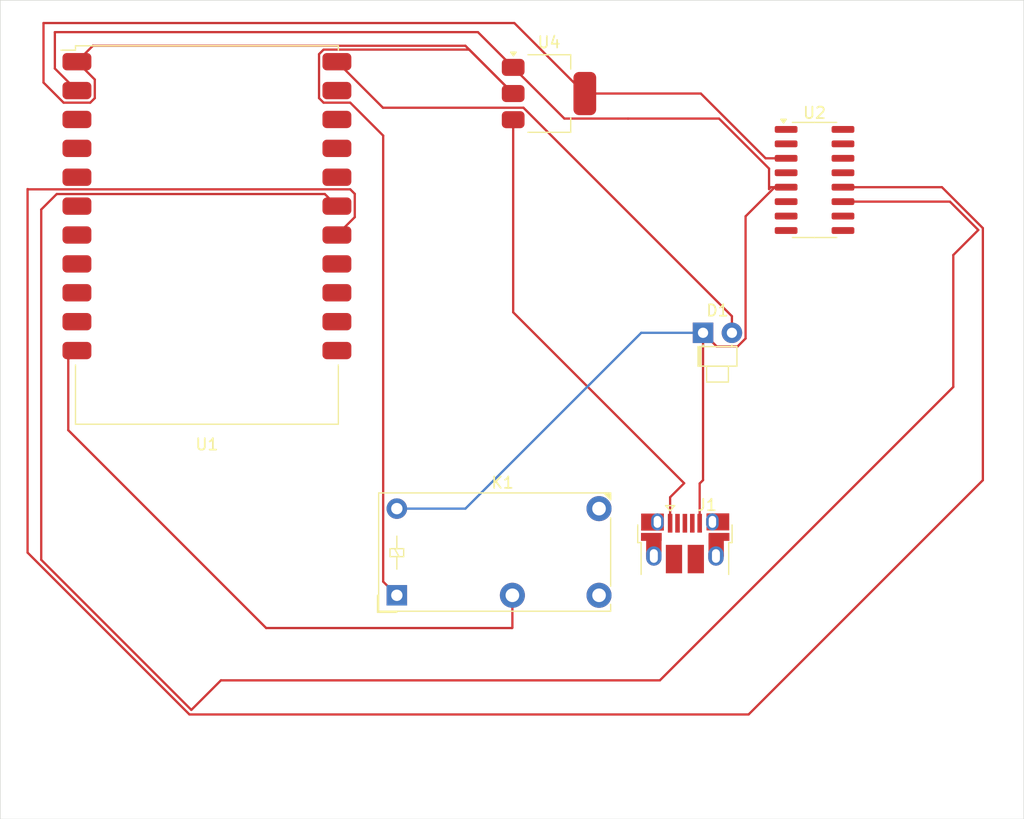
<source format=kicad_pcb>
(kicad_pcb (version 20241229) (generator "pcbnew") (generator_version "9.0")
  (layers (0 "F.Cu" signal) (2 "B.Cu" signal) (13 "F.Paste" user) (15 "B.Paste" user) (5 "F.SilkS" user "F.Silkscreen") (7 "B.SilkS" user "B.Silkscreen") (1 "F.Mask" user) (3 "B.Mask" user) (25 "Edge.Cuts" user))
  (net 0 "")
  (net 1 "Net-(D1-A)")
  (net 2 "Net-(D1-K)")
  (net 9 "Net-(J1-VBUS)")
  (net 16 "Net-(U1-GPIO5)")
  (net 17 "Net-(U1-3.3V)")
  (net 30 "Net-(U1-GPIO14)")
  (net 32 "Net-(U1-GPIO12)")
  (footprint "Module:Olimex_MOD-WIFI-ESP8266-DEV" (layer "F.Cu") (at 107.57 80.9)
    (property "Reference" "U1" (at 0 20.955 0) (layer "F.SilkS"))
    (property "Value" "Olimex_MOD-WIFI-ESP8266-DEV")
    (fp_line (start -11.557 -14.097) (end -11.557 -13.716) (stroke (width 0.12)) (layer "F.SilkS"))
    (fp_line (start -11.557 -13.716) (end -12.827 -13.716) (stroke (width 0.12)) (layer "F.SilkS"))
    (fp_line (start -11.557 13.97) (end -11.557 19.177) (stroke (width 0.12)) (layer "F.SilkS"))
    (fp_line (start -11.557 19.177) (end 11.557 19.177) (stroke (width 0.12)) (layer "F.SilkS"))
    (fp_line (start 11.557 -14.097) (end -11.557 -14.097) (stroke (width 0.12)) (layer "F.SilkS"))
    (fp_line (start 11.557 -13.716) (end 11.557 -14.097) (stroke (width 0.12)) (layer "F.SilkS"))
    (fp_line (start 11.557 19.177) (end 11.557 13.97) (stroke (width 0.12)) (layer "F.SilkS"))
    (pad "1" smd roundrect (at -11.43 -12.7) (size 2.54 1.524) (layers "F.Cu" "F.Mask" "F.Paste") (net 17 "Net-(U1-3.3V)"))
    (pad "2" smd roundrect (at -11.43 -10.16) (size 2.54 1.524) (layers "F.Cu" "F.Mask" "F.Paste") (net 2 "Net-(D1-K)"))
    (pad "3" smd roundrect (at -11.43 -7.62) (size 2.54 1.524) (layers "F.Cu" "F.Mask" "F.Paste"))
    (pad "4" smd roundrect (at -11.43 -5.08) (size 2.54 1.524) (layers "F.Cu" "F.Mask" "F.Paste"))
    (pad "5" smd roundrect (at -11.43 -2.54) (size 2.54 1.524) (layers "F.Cu" "F.Mask" "F.Paste"))
    (pad "6" smd roundrect (at -11.43 0) (size 2.54 1.524) (layers "F.Cu" "F.Mask" "F.Paste"))
    (pad "7" smd roundrect (at -11.43 2.54) (size 2.54 1.524) (layers "F.Cu" "F.Mask" "F.Paste"))
    (pad "8" smd roundrect (at -11.43 5.08) (size 2.54 1.524) (layers "F.Cu" "F.Mask" "F.Paste"))
    (pad "9" smd roundrect (at -11.43 7.62) (size 2.54 1.524) (layers "F.Cu" "F.Mask" "F.Paste"))
    (pad "10" smd roundrect (at -11.43 10.16) (size 2.54 1.524) (layers "F.Cu" "F.Mask" "F.Paste"))
    (pad "11" smd roundrect (at -11.43 12.7) (size 2.54 1.524) (layers "F.Cu" "F.Mask" "F.Paste") (net 16 "Net-(U1-GPIO5)"))
    (pad "12" smd roundrect (at 11.43 12.7) (size 2.54 1.524) (layers "F.Cu" "F.Mask" "F.Paste"))
    (pad "13" smd roundrect (at 11.43 10.16) (size 2.54 1.524) (layers "F.Cu" "F.Mask" "F.Paste"))
    (pad "14" smd roundrect (at 11.43 7.62) (size 2.54 1.524) (layers "F.Cu" "F.Mask" "F.Paste"))
    (pad "15" smd roundrect (at 11.43 5.08) (size 2.54 1.524) (layers "F.Cu" "F.Mask" "F.Paste"))
    (pad "16" smd roundrect (at 11.43 2.54) (size 2.54 1.524) (layers "F.Cu" "F.Mask" "F.Paste") (net 32 "Net-(U1-GPIO12)"))
    (pad "17" smd roundrect (at 11.43 0) (size 2.54 1.524) (layers "F.Cu" "F.Mask" "F.Paste") (net 30 "Net-(U1-GPIO14)"))
    (pad "18" smd roundrect (at 11.43 -2.54) (size 2.54 1.524) (layers "F.Cu" "F.Mask" "F.Paste"))
    (pad "19" smd roundrect (at 11.43 -5.08) (size 2.54 1.524) (layers "F.Cu" "F.Mask" "F.Paste"))
    (pad "20" smd roundrect (at 11.43 -7.62) (size 2.54 1.524) (layers "F.Cu" "F.Mask" "F.Paste"))
    (pad "21" smd roundrect (at 11.43 -10.16) (size 2.54 1.524) (layers "F.Cu" "F.Mask" "F.Paste"))
    (pad "22" smd roundrect (at 11.43 -12.7) (size 2.54 1.524) (layers "F.Cu" "F.Mask" "F.Paste") (net 1 "Net-(D1-A)"))
  )
  (footprint "Connector_USB:USB_Micro-B_Amphenol_10103594-0001LF_Horizontal" (layer "F.Cu") (at 149.625 110.55)
    (property "Reference" "J1" (at 1.925 -3.365 0) (layer "F.SilkS"))
    (property "Value" "USB_B_Micro")
    (fp_line (start -4.175 -0.065) (end -4.175 -1.615) (stroke (width 0.12)) (layer "F.SilkS"))
    (fp_line (start -4.175 -0.065) (end -3.875 -0.065) (stroke (width 0.12)) (layer "F.SilkS"))
    (fp_line (start -3.875 2.735) (end -3.875 -0.065) (stroke (width 0.12)) (layer "F.SilkS"))
    (fp_line (start -1.725 -3.315) (end -0.925 -3.315) (stroke (width 0.12)) (layer "F.SilkS"))
    (fp_line (start -1.325 -2.865) (end -1.725 -3.315) (stroke (width 0.12)) (layer "F.SilkS"))
    (fp_line (start -0.925 -3.315) (end -1.325 -2.865) (stroke (width 0.12)) (layer "F.SilkS"))
    (fp_line (start 3.825 -0.065) (end 4.125 -0.065) (stroke (width 0.12)) (layer "F.SilkS"))
    (fp_line (start 3.825 2.735) (end 3.825 -0.065) (stroke (width 0.12)) (layer "F.SilkS"))
    (fp_line (start 4.125 -0.065) (end 4.125 -1.615) (stroke (width 0.12)) (layer "F.SilkS"))
    (pad "1" smd rect (at -1.325 -1.765 90) (size 1.65 0.4) (layers "F.Cu" "F.Mask" "F.Paste") (net 9 "Net-(J1-VBUS)"))
    (pad "2" smd rect (at -0.675 -1.765 90) (size 1.65 0.4) (layers "F.Cu" "F.Mask" "F.Paste"))
    (pad "3" smd rect (at -0.025 -1.765 90) (size 1.65 0.4) (layers "F.Cu" "F.Mask" "F.Paste"))
    (pad "4" smd rect (at 0.625 -1.765 90) (size 1.65 0.4) (layers "F.Cu" "F.Mask" "F.Paste"))
    (pad "5" smd rect (at 1.275 -1.765 90) (size 1.65 0.4) (layers "F.Cu" "F.Mask" "F.Paste") (net 2 "Net-(D1-K)"))
    (pad "6" smd rect (at -2.975 -0.565) (size 1.825 0.7) (layers "F.Cu" "F.Mask" "F.Paste"))
    (pad "6" smd rect (at -2.875 -1.865) (size 2 1.5) (layers "F.Cu" "F.Mask" "F.Paste"))
    (pad "6" smd rect (at -2.755 0.185) (size 1.35 2) (layers "F.Cu" "F.Mask" "F.Paste"))
    (pad "6" thru_hole oval (at -2.755 1.115 90) (size 1.7 1.35) (drill oval 1.2 0.7) (property pad_prop_heatsink) (layers "*.Cu" "*.Mask"))
    (pad "6" thru_hole oval (at -2.445 -1.885 90) (size 1.5 1.1) (drill oval 1.05 0.65) (property pad_prop_heatsink) (layers "*.Cu" "*.Mask"))
    (pad "6" smd rect (at -0.985 1.385 90) (size 2.5 1.43) (layers "F.Cu" "F.Mask" "F.Paste"))
    (pad "6" smd rect (at 0.935 1.385 90) (size 2.5 1.43) (layers "F.Cu" "F.Mask" "F.Paste"))
    (pad "6" thru_hole oval (at 2.395 -1.885 90) (size 1.5 1.1) (drill oval 1.05 0.65) (property pad_prop_heatsink) (layers "*.Cu" "*.Mask"))
    (pad "6" thru_hole oval (at 2.705 1.115 90) (size 1.7 1.35) (drill oval 1.2 0.7) (property pad_prop_heatsink) (layers "*.Cu" "*.Mask"))
    (pad "6" smd rect (at 2.725 0.185) (size 1.35 2) (layers "F.Cu" "F.Mask" "F.Paste"))
    (pad "6" smd rect (at 2.875 -1.885) (size 2 1.5) (layers "F.Cu" "F.Mask" "F.Paste"))
    (pad "6" smd rect (at 2.975 -0.565) (size 1.825 0.7) (layers "F.Cu" "F.Mask" "F.Paste"))
  )
  (footprint "Package_TO_SOT_SMD:SOT-223-3_TabPin2" (layer "F.Cu") (at 137.65 71)
    (property "Reference" "U4" (at 0 -4.5 0) (layer "F.SilkS"))
    (property "Value" "AMS1117-3.3")
    (fp_line (start -1.85 -3.41) (end 1.91 -3.41) (stroke (width 0.12)) (layer "F.SilkS"))
    (fp_line (start -1.85 3.41) (end 1.91 3.41) (stroke (width 0.12)) (layer "F.SilkS"))
    (fp_line (start 1.91 -3.41) (end 1.91 -2.15) (stroke (width 0.12)) (layer "F.SilkS"))
    (fp_line (start 1.91 3.41) (end 1.91 2.15) (stroke (width 0.12)) (layer "F.SilkS"))
    (fp_poly (pts (xy -3.13 -3.31) (xy -3.37 -3.64) (xy -2.89 -3.64) (xy -3.13 -3.31)) (stroke (width 0.12)) (fill yes) (layer "F.SilkS"))
    (pad "1" smd roundrect (at -3.15 -2.3) (size 2 1.5) (layers "F.Cu" "F.Mask" "F.Paste") (net 2 "Net-(D1-K)"))
    (pad "2" smd roundrect (at -3.15 0) (size 2 1.5) (layers "F.Cu" "F.Mask" "F.Paste") (net 17 "Net-(U1-3.3V)"))
    (pad "2" smd roundrect (at 3.15 0) (size 2 3.8) (layers "F.Cu" "F.Mask" "F.Paste") (net 17 "Net-(U1-3.3V)"))
    (pad "3" smd roundrect (at -3.15 2.3) (size 2 1.5) (layers "F.Cu" "F.Mask" "F.Paste") (net 9 "Net-(J1-VBUS)"))
  )
  (footprint "LED_THT:LED_D1.8mm_W1.8mm_H2.4mm_Horizontal_O1.27mm_Z1.6mm" (layer "F.Cu") (at 151.195 92.04)
    (property "Reference" "D1" (at 1.27 -1.96 0) (layer "F.SilkS"))
    (property "Value" "LED")
    (fp_line (start -0.44 1.21) (end -0.44 2.93) (stroke (width 0.12)) (layer "F.SilkS"))
    (fp_line (start -0.44 2.93) (end 2.98 2.93) (stroke (width 0.12)) (layer "F.SilkS"))
    (fp_line (start -0.32 1.21) (end -0.32 2.93) (stroke (width 0.12)) (layer "F.SilkS"))
    (fp_line (start -0.2 1.21) (end -0.2 2.93) (stroke (width 0.12)) (layer "F.SilkS"))
    (fp_line (start 0 1.08) (end 0 1.08) (stroke (width 0.12)) (layer "F.SilkS"))
    (fp_line (start 0 1.08) (end 0 1.21) (stroke (width 0.12)) (layer "F.SilkS"))
    (fp_line (start 0 1.21) (end 0 1.08) (stroke (width 0.12)) (layer "F.SilkS"))
    (fp_line (start 0 1.21) (end 0 1.21) (stroke (width 0.12)) (layer "F.SilkS"))
    (fp_line (start 0.31 2.93) (end 0.31 4.33) (stroke (width 0.12)) (layer "F.SilkS"))
    (fp_line (start 0.31 4.33) (end 2.23 4.33) (stroke (width 0.12)) (layer "F.SilkS"))
    (fp_line (start 2.23 2.93) (end 0.31 2.93) (stroke (width 0.12)) (layer "F.SilkS"))
    (fp_line (start 2.23 4.33) (end 2.23 2.93) (stroke (width 0.12)) (layer "F.SilkS"))
    (fp_line (start 2.54 1.08) (end 2.54 1.08) (stroke (width 0.12)) (layer "F.SilkS"))
    (fp_line (start 2.54 1.08) (end 2.54 1.21) (stroke (width 0.12)) (layer "F.SilkS"))
    (fp_line (start 2.54 1.21) (end 2.54 1.08) (stroke (width 0.12)) (layer "F.SilkS"))
    (fp_line (start 2.54 1.21) (end 2.54 1.21) (stroke (width 0.12)) (layer "F.SilkS"))
    (fp_line (start 2.98 1.21) (end -0.44 1.21) (stroke (width 0.12)) (layer "F.SilkS"))
    (fp_line (start 2.98 2.93) (end 2.98 1.21) (stroke (width 0.12)) (layer "F.SilkS"))
    (pad "1" thru_hole rect (at 0 0) (size 1.8 1.8) (drill 0.9) (layers "*.Cu" "*.Mask") (net 2 "Net-(D1-K)"))
    (pad "2" thru_hole circle (at 2.54 0) (size 1.8 1.8) (drill 0.9) (layers "*.Cu" "*.Mask") (net 1 "Net-(D1-A)"))
  )
  (footprint "Package_SO:SOP-16_3.9x9.9mm_P1.27mm" (layer "F.Cu") (at 161 78.6)
    (property "Reference" "U2" (at 0 -5.9 0) (layer "F.SilkS"))
    (property "Value" "HX711")
    (fp_line (start 0 -5.06) (end -1.95 -5.06) (stroke (width 0.12)) (layer "F.SilkS"))
    (fp_line (start 0 -5.06) (end 1.95 -5.06) (stroke (width 0.12)) (layer "F.SilkS"))
    (fp_line (start 0 5.06) (end -1.95 5.06) (stroke (width 0.12)) (layer "F.SilkS"))
    (fp_line (start 0 5.06) (end 1.95 5.06) (stroke (width 0.12)) (layer "F.SilkS"))
    (fp_poly (pts (xy -2.725 -5.005) (xy -2.965 -5.335) (xy -2.485 -5.335) (xy -2.725 -5.005)) (stroke (width 0.12)) (fill yes) (layer "F.SilkS"))
    (pad "1" smd roundrect (at -2.5 -4.445) (size 2 0.6) (layers "F.Cu" "F.Mask" "F.Paste"))
    (pad "2" smd roundrect (at -2.5 -3.175) (size 2 0.6) (layers "F.Cu" "F.Mask" "F.Paste"))
    (pad "3" smd roundrect (at -2.5 -1.905) (size 2 0.6) (layers "F.Cu" "F.Mask" "F.Paste") (net 17 "Net-(U1-3.3V)"))
    (pad "4" smd roundrect (at -2.5 -0.635) (size 2 0.6) (layers "F.Cu" "F.Mask" "F.Paste"))
    (pad "5" smd roundrect (at -2.5 0.635) (size 2 0.6) (layers "F.Cu" "F.Mask" "F.Paste") (net 2 "Net-(D1-K)"))
    (pad "6" smd roundrect (at -2.5 1.905) (size 2 0.6) (layers "F.Cu" "F.Mask" "F.Paste"))
    (pad "7" smd roundrect (at -2.5 3.175) (size 2 0.6) (layers "F.Cu" "F.Mask" "F.Paste"))
    (pad "8" smd roundrect (at -2.5 4.445) (size 2 0.6) (layers "F.Cu" "F.Mask" "F.Paste"))
    (pad "9" smd roundrect (at 2.5 4.445) (size 2 0.6) (layers "F.Cu" "F.Mask" "F.Paste"))
    (pad "10" smd roundrect (at 2.5 3.175) (size 2 0.6) (layers "F.Cu" "F.Mask" "F.Paste"))
    (pad "11" smd roundrect (at 2.5 1.905) (size 2 0.6) (layers "F.Cu" "F.Mask" "F.Paste") (net 30 "Net-(U1-GPIO14)"))
    (pad "12" smd roundrect (at 2.5 0.635) (size 2 0.6) (layers "F.Cu" "F.Mask" "F.Paste") (net 32 "Net-(U1-GPIO12)"))
    (pad "13" smd roundrect (at 2.5 -0.635) (size 2 0.6) (layers "F.Cu" "F.Mask" "F.Paste"))
    (pad "14" smd roundrect (at 2.5 -1.905) (size 2 0.6) (layers "F.Cu" "F.Mask" "F.Paste"))
    (pad "15" smd roundrect (at 2.5 -3.175) (size 2 0.6) (layers "F.Cu" "F.Mask" "F.Paste"))
    (pad "16" smd roundrect (at 2.5 -4.445) (size 2 0.6) (layers "F.Cu" "F.Mask" "F.Paste"))
  )
  (footprint "Relay_THT:Relay_SPDT_Finder_32.21-x000" (layer "F.Cu") (at 124.27 115.12)
    (property "Reference" "K1" (at 9.3 -9.9 0) (layer "F.SilkS"))
    (property "Value" "Relay_SPDT")
    (fp_line (start -1.7 1.5) (end -1.7 0) (stroke (width 0.12)) (layer "F.SilkS"))
    (fp_line (start -1.6 -9) (end 18.8 -9) (stroke (width 0.12)) (layer "F.SilkS"))
    (fp_line (start -1.6 1.4) (end -1.6 -9) (stroke (width 0.12)) (layer "F.SilkS"))
    (fp_line (start -0.6 -4.1) (end -0.6 -3.4) (stroke (width 0.12)) (layer "F.SilkS"))
    (fp_line (start -0.6 -3.4) (end 0.6 -3.4) (stroke (width 0.12)) (layer "F.SilkS"))
    (fp_line (start 0 -4.1) (end 0 -5.2) (stroke (width 0.12)) (layer "F.SilkS"))
    (fp_line (start 0 -3.4) (end 0 -2.3) (stroke (width 0.12)) (layer "F.SilkS"))
    (fp_line (start 0 1.5) (end -1.7 1.5) (stroke (width 0.12)) (layer "F.SilkS"))
    (fp_line (start 0.2 -3.4) (end -0.2 -4.1) (stroke (width 0.12)) (layer "F.SilkS"))
    (fp_line (start 0.6 -4.1) (end -0.6 -4.1) (stroke (width 0.12)) (layer "F.SilkS"))
    (fp_line (start 0.6 -3.4) (end 0.6 -4.1) (stroke (width 0.12)) (layer "F.SilkS"))
    (fp_line (start 18.2 -9) (end 18.8 -8.4) (stroke (width 0.12)) (layer "F.SilkS"))
    (fp_line (start 18.6 -9) (end 18.8 -8.8) (stroke (width 0.12)) (layer "F.SilkS"))
    (fp_line (start 18.8 -9) (end 18.8 -8.4) (stroke (width 0.12)) (layer "F.SilkS"))
    (fp_line (start 18.8 -8.7) (end 18.4 -9) (stroke (width 0.12)) (layer "F.SilkS"))
    (fp_line (start 18.8 -8.6) (end 18.4 -9) (stroke (width 0.12)) (layer "F.SilkS"))
    (fp_line (start 18.8 -8.5) (end 18.3 -9) (stroke (width 0.12)) (layer "F.SilkS"))
    (fp_line (start 18.8 -6.8) (end 18.8 -0.8) (stroke (width 0.12)) (layer "F.SilkS"))
    (fp_line (start 18.8 0.8) (end 18.8 1.4) (stroke (width 0.12)) (layer "F.SilkS"))
    (fp_line (start 18.8 1.4) (end -1.6 1.4) (stroke (width 0.12)) (layer "F.SilkS"))
    (pad "11" thru_hole circle (at 10.16 0 90) (size 2.2 2.2) (drill 1.2) (layers "*.Cu" "*.Mask") (net 16 "Net-(U1-GPIO5)"))
    (pad "12" thru_hole circle (at 17.78 -7.62 90) (size 2.2 2.2) (drill 1.2) (layers "*.Cu" "*.Mask"))
    (pad "14" thru_hole circle (at 17.78 0 90) (size 2.2 2.2) (drill 1.2) (layers "*.Cu" "*.Mask"))
    (pad "A1" thru_hole rect (at 0 0 90) (size 1.8 1.8) (drill 1) (layers "*.Cu" "*.Mask") (net 17 "Net-(U1-3.3V)"))
    (pad "A2" thru_hole circle (at 0 -7.62 90) (size 1.8 1.8) (drill 1) (layers "*.Cu" "*.Mask") (net 2 "Net-(D1-K)"))
  )
  (gr_rect (start 89.4 62.8) (end 179.4 134.8) (stroke (width 0.05)) (fill no) (layer "Edge.Cuts"))
  (segment (start 123.049 72.249) (end 135.405008 72.249) (width 0.2) (layer "F.Cu") (net 1))
  (segment (start 153.735 90.578992) (end 153.735 92.04) (width 0.2) (layer "F.Cu") (net 1))
  (segment (start 135.405008 72.249) (end 153.735 90.578992) (width 0.2) (layer "F.Cu") (net 1))
  (segment (start 119 68.2) (end 123.049 72.249) (width 0.2) (layer "F.Cu") (net 1))
  (segment (start 131.4 65.6) (end 94.2 65.6) (width 0.2) (layer "F.Cu") (net 2))
  (segment (start 152.396 93.241) (end 151.195 92.04) (width 0.2) (layer "F.Cu") (net 2))
  (segment (start 134.5 68.7) (end 139.001 73.201) (width 0.2) (layer "F.Cu") (net 2))
  (segment (start 157 79.4) (end 157.165 79.235) (width 0.2) (layer "F.Cu") (net 2))
  (segment (start 94.2 65.6) (end 94.2 68.8) (width 0.2) (layer "F.Cu") (net 2))
  (segment (start 158.5 79.235) (end 157.500001 79.235) (width 0.2) (layer "F.Cu") (net 2))
  (segment (start 134.5 68.7) (end 131.4 65.6) (width 0.2) (layer "F.Cu") (net 2))
  (segment (start 94.2 68.8) (end 96.14 70.74) (width 0.2) (layer "F.Cu") (net 2))
  (segment (start 150.9 105.29) (end 151.195 104.995) (width 0.2) (layer "F.Cu") (net 2))
  (segment (start 150.9 108.785) (end 150.9 105.29) (width 0.2) (layer "F.Cu") (net 2))
  (segment (start 157 77.6) (end 157 79.4) (width 0.2) (layer "F.Cu") (net 2))
  (segment (start 144.6 73.2) (end 152.6 73.2) (width 0.2) (layer "F.Cu") (net 2))
  (segment (start 139.001 73.201) (end 144.599 73.201) (width 0.2) (layer "F.Cu") (net 2))
  (segment (start 154.232471 93.241) (end 152.396 93.241) (width 0.2) (layer "F.Cu") (net 2))
  (segment (start 154.936 81.799001) (end 154.936 92.537471) (width 0.2) (layer "F.Cu") (net 2))
  (segment (start 144.599 73.201) (end 144.6 73.2) (width 0.2) (layer "F.Cu") (net 2))
  (segment (start 157.500001 79.235) (end 154.936 81.799001) (width 0.2) (layer "F.Cu") (net 2))
  (segment (start 154.936 92.537471) (end 154.232471 93.241) (width 0.2) (layer "F.Cu") (net 2))
  (segment (start 151.195 104.995) (end 151.195 92.04) (width 0.2) (layer "F.Cu") (net 2))
  (segment (start 157.165 79.235) (end 158.5 79.235) (width 0.2) (layer "F.Cu") (net 2))
  (segment (start 152.6 73.2) (end 157 77.6) (width 0.2) (layer "F.Cu") (net 2))
  (segment (start 145.76 92.04) (end 151.195 92.04) (width 0.2) (layer "B.Cu") (net 2))
  (segment (start 130.3 107.5) (end 145.76 92.04) (width 0.2) (layer "B.Cu") (net 2))
  (segment (start 124.27 107.5) (end 130.3 107.5) (width 0.2) (layer "B.Cu") (net 2))
  (segment (start 134.5 73.3) (end 134.5 90.23386) (width 0.2) (layer "F.Cu") (net 9))
  (segment (start 148.3 108.785) (end 148.3 106.5) (width 0.2) (layer "F.Cu") (net 9))
  (segment (start 148.3 106.5) (end 149.53307 105.26693) (width 0.2) (layer "F.Cu") (net 9))
  (segment (start 134.5 90.23386) (end 149.53307 105.26693) (width 0.2) (layer "F.Cu") (net 9))
  (segment (start 96.14 93.6) (end 95.378 94.362) (width 0.2) (layer "F.Cu") (net 16))
  (segment (start 134.43 117.97) (end 134.43 115.12) (width 0.2) (layer "F.Cu") (net 16))
  (segment (start 95.378 100.600836) (end 112.777164 118) (width 0.2) (layer "F.Cu") (net 16))
  (segment (start 134.4 118) (end 134.43 117.97) (width 0.2) (layer "F.Cu") (net 16))
  (segment (start 95.378 94.362) (end 95.378 100.600836) (width 0.2) (layer "F.Cu") (net 16))
  (segment (start 112.777164 118) (end 134.4 118) (width 0.2) (layer "F.Cu") (net 16))
  (segment (start 140.8 71) (end 151 71) (width 0.2) (layer "F.Cu") (net 17))
  (segment (start 156.695 76.695) (end 158.5 76.695) (width 0.2) (layer "F.Cu") (net 17))
  (segment (start 123.069 113.919) (end 124.27 115.12) (width 0.2) (layer "F.Cu") (net 17))
  (segment (start 130.637 67.137) (end 117.828506 67.137) (width 0.2) (layer "F.Cu") (net 17))
  (segment (start 93.2 70.034494) (end 94.968506 71.803) (width 0.2) (layer "F.Cu") (net 17))
  (segment (start 97.711 71.403494) (end 97.711 69.771) (width 0.2) (layer "F.Cu") (net 17))
  (segment (start 117.828506 67.137) (end 117.429 67.536506) (width 0.2) (layer "F.Cu") (net 17))
  (segment (start 97.541 66.799) (end 130.299 66.799) (width 0.2) (layer "F.Cu") (net 17))
  (segment (start 97.711 69.771) (end 96.14 68.2) (width 0.2) (layer "F.Cu") (net 17))
  (segment (start 140.8 71) (end 134.6 64.8) (width 0.2) (layer "F.Cu") (net 17))
  (segment (start 151 71) (end 156.695 76.695) (width 0.2) (layer "F.Cu") (net 17))
  (segment (start 117.429 67.536506) (end 117.429 71.403494) (width 0.2) (layer "F.Cu") (net 17))
  (segment (start 123.069 74.700506) (end 123.069 113.919) (width 0.2) (layer "F.Cu") (net 17))
  (segment (start 94.968506 71.803) (end 97.311494 71.803) (width 0.2) (layer "F.Cu") (net 17))
  (segment (start 120.171494 71.803) (end 123.069 74.700506) (width 0.2) (layer "F.Cu") (net 17))
  (segment (start 134.5 71) (end 130.637 67.137) (width 0.2) (layer "F.Cu") (net 17))
  (segment (start 130.299 66.799) (end 134.5 71) (width 0.2) (layer "F.Cu") (net 17))
  (segment (start 96.14 68.2) (end 97.541 66.799) (width 0.2) (layer "F.Cu") (net 17))
  (segment (start 117.429 71.403494) (end 117.828506 71.803) (width 0.2) (layer "F.Cu") (net 17))
  (segment (start 93.2 64.8) (end 93.2 70.034494) (width 0.2) (layer "F.Cu") (net 17))
  (segment (start 117.828506 71.803) (end 120.171494 71.803) (width 0.2) (layer "F.Cu") (net 17))
  (segment (start 134.6 64.8) (end 93.2 64.8) (width 0.2) (layer "F.Cu") (net 17))
  (segment (start 97.311494 71.803) (end 97.711 71.403494) (width 0.2) (layer "F.Cu") (net 17))
  (segment (start 108.8 122.6) (end 147.4 122.6) (width 0.2) (layer "F.Cu") (net 30))
  (segment (start 173.2 96.8) (end 173.2 85.2) (width 0.2) (layer "F.Cu") (net 30))
  (segment (start 147.4 122.6) (end 173.2 96.8) (width 0.2) (layer "F.Cu") (net 30))
  (segment (start 172.905 80.505) (end 163.5 80.505) (width 0.2) (layer "F.Cu") (net 30))
  (segment (start 119.274 81.174) (end 119 80.9) (width 0.2) (layer "F.Cu") (net 30))
  (segment (start 93 81.2) (end 93 112) (width 0.2) (layer "F.Cu") (net 30))
  (segment (start 94.363 79.837) (end 93 81.2) (width 0.2) (layer "F.Cu") (net 30))
  (segment (start 106.2 125.2) (end 108.8 122.6) (width 0.2) (layer "F.Cu") (net 30))
  (segment (start 117.937 79.837) (end 94.363 79.837) (width 0.2) (layer "F.Cu") (net 30))
  (segment (start 119 80.9) (end 117.937 79.837) (width 0.2) (layer "F.Cu") (net 30))
  (segment (start 173.2 85.2) (end 175.4 83) (width 0.2) (layer "F.Cu") (net 30))
  (segment (start 93 112) (end 106.2 125.2) (width 0.2) (layer "F.Cu") (net 30))
  (segment (start 175.4 83) (end 172.905 80.505) (width 0.2) (layer "F.Cu") (net 30))
  (segment (start 175.801 104.999) (end 175.801 82.8339) (width 0.2) (layer "F.Cu") (net 32))
  (segment (start 91.8 111.3671) (end 106.0339 125.601) (width 0.2) (layer "F.Cu") (net 32))
  (segment (start 172.2021 79.235) (end 163.5 79.235) (width 0.2) (layer "F.Cu") (net 32))
  (segment (start 120.571 81.869) (end 120.571 79.822506) (width 0.2) (layer "F.Cu") (net 32))
  (segment (start 155.199 125.601) (end 175.801 104.999) (width 0.2) (layer "F.Cu") (net 32))
  (segment (start 106.0339 125.601) (end 155.199 125.601) (width 0.2) (layer "F.Cu") (net 32))
  (segment (start 120.571 79.822506) (end 120.171494 79.423) (width 0.2) (layer "F.Cu") (net 32))
  (segment (start 119 83.44) (end 120.571 81.869) (width 0.2) (layer "F.Cu") (net 32))
  (segment (start 175.801 82.8339) (end 172.2021 79.235) (width 0.2) (layer "F.Cu") (net 32))
  (segment (start 163.5 79.235) (end 162.681968 79.235) (width 0.2) (layer "F.Cu") (net 32))
  (segment (start 91.8 79.4) (end 91.8 111.3671) (width 0.2) (layer "F.Cu") (net 32))
  (segment (start 91.823 79.423) (end 91.8 79.4) (width 0.2) (layer "F.Cu") (net 32))
  (segment (start 120.171494 79.423) (end 91.823 79.423) (width 0.2) (layer "F.Cu") (net 32))
)
</source>
